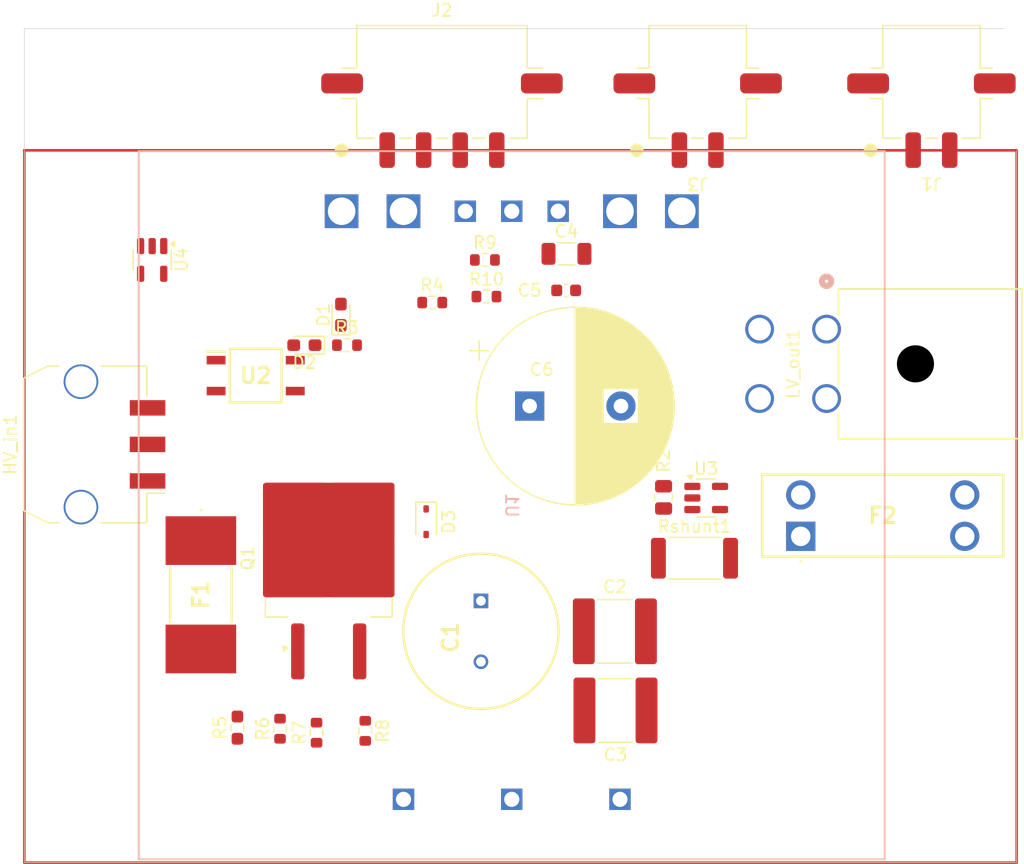
<source format=kicad_pcb>
(kicad_pcb
	(version 20240108)
	(generator "pcbnew")
	(generator_version "8.0")
	(general
		(thickness 1.6)
		(legacy_teardrops no)
	)
	(paper "A4")
	(layers
		(0 "F.Cu" signal)
		(31 "B.Cu" signal)
		(32 "B.Adhes" user "B.Adhesive")
		(33 "F.Adhes" user "F.Adhesive")
		(34 "B.Paste" user)
		(35 "F.Paste" user)
		(36 "B.SilkS" user "B.Silkscreen")
		(37 "F.SilkS" user "F.Silkscreen")
		(38 "B.Mask" user)
		(39 "F.Mask" user)
		(40 "Dwgs.User" user "User.Drawings")
		(41 "Cmts.User" user "User.Comments")
		(42 "Eco1.User" user "User.Eco1")
		(43 "Eco2.User" user "User.Eco2")
		(44 "Edge.Cuts" user)
		(45 "Margin" user)
		(46 "B.CrtYd" user "B.Courtyard")
		(47 "F.CrtYd" user "F.Courtyard")
		(48 "B.Fab" user)
		(49 "F.Fab" user)
		(50 "User.1" user)
		(51 "User.2" user)
		(52 "User.3" user)
		(53 "User.4" user)
		(54 "User.5" user)
		(55 "User.6" user)
		(56 "User.7" user)
		(57 "User.8" user)
		(58 "User.9" user)
	)
	(setup
		(stackup
			(layer "F.SilkS"
				(type "Top Silk Screen")
			)
			(layer "F.Paste"
				(type "Top Solder Paste")
			)
			(layer "F.Mask"
				(type "Top Solder Mask")
				(thickness 0.01)
			)
			(layer "F.Cu"
				(type "copper")
				(thickness 0.035)
			)
			(layer "dielectric 1"
				(type "core")
				(thickness 1.51)
				(material "FR4")
				(epsilon_r 4.5)
				(loss_tangent 0.02)
			)
			(layer "B.Cu"
				(type "copper")
				(thickness 0.035)
			)
			(layer "B.Mask"
				(type "Bottom Solder Mask")
				(thickness 0.01)
			)
			(layer "B.Paste"
				(type "Bottom Solder Paste")
			)
			(layer "B.SilkS"
				(type "Bottom Silk Screen")
			)
			(copper_finish "None")
			(dielectric_constraints no)
		)
		(pad_to_mask_clearance 0)
		(allow_soldermask_bridges_in_footprints no)
		(pcbplotparams
			(layerselection 0x00010fc_ffffffff)
			(plot_on_all_layers_selection 0x0000000_00000000)
			(disableapertmacros no)
			(usegerberextensions no)
			(usegerberattributes yes)
			(usegerberadvancedattributes yes)
			(creategerberjobfile yes)
			(dashed_line_dash_ratio 12.000000)
			(dashed_line_gap_ratio 3.000000)
			(svgprecision 4)
			(plotframeref no)
			(viasonmask no)
			(mode 1)
			(useauxorigin no)
			(hpglpennumber 1)
			(hpglpenspeed 20)
			(hpglpendiameter 15.000000)
			(pdf_front_fp_property_popups yes)
			(pdf_back_fp_property_popups yes)
			(dxfpolygonmode yes)
			(dxfimperialunits yes)
			(dxfusepcbnewfont yes)
			(psnegative no)
			(psa4output no)
			(plotreference yes)
			(plotvalue yes)
			(plotfptext yes)
			(plotinvisibletext no)
			(sketchpadsonfab no)
			(subtractmaskfromsilk no)
			(outputformat 1)
			(mirror no)
			(drillshape 1)
			(scaleselection 1)
			(outputdirectory "")
		)
	)
	(net 0 "")
	(net 1 "/HV-")
	(net 2 "Net-(U1-+S)")
	(net 3 "GND")
	(net 4 "Net-(Q1-S)")
	(net 5 "/HV+")
	(net 6 "/LV_Cmeasure")
	(net 7 "Net-(R3-Pad2)")
	(net 8 "+3V3")
	(net 9 "/LV+")
	(net 10 "Net-(D1-K)")
	(net 11 "unconnected-(HV_in1-iso_space-Pad2)")
	(net 12 "/3V_buttoncell")
	(net 13 "/TEMP_TSDCDC")
	(net 14 "Net-(LV_out1-Pin_1)")
	(net 15 "Net-(U1-CNT)")
	(net 16 "Net-(D3-K)")
	(net 17 "Net-(Q1-D)")
	(net 18 "Net-(D3-A)")
	(net 19 "Net-(U4-+)")
	(net 20 "Net-(U1-TRM)")
	(net 21 "Net-(U3--)")
	(footprint "Resistor_SMD:R_0603_1608Metric" (layer "F.Cu") (at 147.5 78.5))
	(footprint "Capacitor_SMD:C_2220_5750Metric" (layer "F.Cu") (at 169.55 108.5 180))
	(footprint "FaSTTUBe_connectors:Micro_Mate-N-Lok_2p_horizontal" (layer "F.Cu") (at 195.5 57 180))
	(footprint "Resistor_SMD:R_0603_1608Metric_Pad0.98x0.95mm_HandSolder" (layer "F.Cu") (at 138.5 109.9125 90))
	(footprint "footprints:CAPPRD500W60D1275H2200" (layer "F.Cu") (at 158.5 99.5 -90))
	(footprint "Resistor_SMD:R_0603_1608Metric" (layer "F.Cu") (at 142 110 90))
	(footprint "Diode_SMD:D_0603_1608Metric_Pad1.05x0.95mm_HandSolder" (layer "F.Cu") (at 147 76 90))
	(footprint "Capacitor_SMD:C_1206_3216Metric" (layer "F.Cu") (at 165.525 71))
	(footprint "Capacitor_SMD:C_2220_5750Metric" (layer "F.Cu") (at 169.5 102))
	(footprint "Capacitor_SMD:C_0603_1608Metric" (layer "F.Cu") (at 165.5 74))
	(footprint "Diode_SMD:D_SOD-323" (layer "F.Cu") (at 154 93 -90))
	(footprint "Capacitor_THT:CP_Radial_D16.0mm_P7.50mm" (layer "F.Cu") (at 162.5 83.5))
	(footprint "Resistor_SMD:R_0805_2012Metric" (layer "F.Cu") (at 173.5 91 -90))
	(footprint "Resistor_SMD:R_0603_1608Metric" (layer "F.Cu") (at 154.5 75))
	(footprint "Resistor_SMD:R_0603_1608Metric" (layer "F.Cu") (at 158.955 74.51))
	(footprint "FaSTTUBe_connectors:Micro_Mate-N-Lok_2p_horizontal" (layer "F.Cu") (at 176.3 57 180))
	(footprint "footprints:0ACG5000TE" (layer "F.Cu") (at 135.5 99 -90))
	(footprint "Package_TO_SOT_SMD:SOT-23-5" (layer "F.Cu") (at 177 91.05))
	(footprint "Resistor_SMD:R_2512_6332Metric" (layer "F.Cu") (at 176.0375 96))
	(footprint "Resistor_SMD:R_0603_1608Metric" (layer "F.Cu") (at 145 110.325 90))
	(footprint "Connector_Molex:Molex_Micro-Fit_3.0_43650-0310_1x03-1MP_P3.00mm_Horizontal_PnP" (layer "F.Cu") (at 126 86.65 90))
	(footprint "Diode_SMD:D_0603_1608Metric_Pad1.05x0.95mm_HandSolder" (layer "F.Cu") (at 144 78.5 180))
	(footprint "footprints:SOP254P700X210-4N" (layer "F.Cu") (at 140 81))
	(footprint "FaSTTUBe_connectors:Micro_Mate-N-Lok_4p_horizontal" (layer "F.Cu") (at 155.3 57 180))
	(footprint "Package_TO_SOT_SMD:TO-263-2" (layer "F.Cu") (at 146 96 90))
	(footprint "Resistor_SMD:R_0603_1608Metric" (layer "F.Cu") (at 158.825 71.5))
	(footprint "Resistor_SMD:R_0603_1608Metric" (layer "F.Cu") (at 149 110.175 -90))
	(footprint "footprints:01000066Z" (layer "F.Cu") (at 184.765 94.2))
	(footprint "Package_TO_SOT_SMD:SOT-23-5" (layer "F.Cu") (at 131.5 71.5 -90))
	(footprint "footprints:CONN_SD-76825-0100_04_MOL"
		(layer "F.Cu")
		(uuid "eee669c3-2d53-4eb8-aa91-a6d2cfc41e7f")
		(at 186.886449 77.183398 90)
		(tags "768250004 ")
		(property "Reference" "LV_out1"
			(at -2.850002 -2.75 90)
			(unlocked yes)
			(layer "F.SilkS")
			(uuid "87c5e4a9-552f-421c-9db4-94e543c5b7d8")
			(effects
				(font
					(size 1 1)
					(thickness 0.15)
				)
			)
		)
		(property "Value" "Molex Mega-Fit 2x2"
			(at -2.850002 -2.75 90)
			(unlocked yes)
			(layer "F.Fab")
			(uuid "21866e22-d96b-4a48-8729-49e20c6ed21d")
			(effects
				(font
					(size 1 1)
					(thickness 0.15)
				)
			)
		)
		(property "Footprint" "footprints:CONN_SD-76825-0100_04_MOL"
			(at 0 0 90)
			(layer "F.Fab")
			(hide yes)
			(uuid "f9ac6762-3a14-4846-b8a2-994bdd647049")
			(effects
				(font
					(size 1.27 1.27)
					(thickness 0.15)
				)
			)
		)
		(property "Datasheet" ""
			(at 0 0 90)
			(layer "F.Fab")
			(hide yes)
			(uuid "5279b7bb-c478-4f1e-9c76-f94f7a8e69b9")
			(effects
				(font
					(size 1.27 1.27)
					(thickness 0.15)
				)
			)
		)
		(property "Description" "Generic connector, single row, 01x04, script generated (kicad-library-utils/schlib/autogen/connector/)"
			(at 0 0 90)
			(layer "F.Fab")
			(hide yes)
			(uuid "1663c145-0a90-43fd-881e-2547d8658106")
			(effects
				(font
					(size 1.27 1.27)
					(thickness 0.15)
				)
			)
		)
		(property ki_fp_filters "Connector*:*_1x??_*")
		(path "/92616689-b5c0-4df4-b8c3-5dc60bd1f750")
		(sheetname "Stammblatt")
		(sheetfile "TDK_DCDC_pcb.kicad_sch")
		(attr through_hole)
		(fp_circle
			(center 3.931798 0)
			(end 4.312798 0)
			(stroke
				(width 0.508)
				(type solid)
			)
			(fill none)
			(layer "B.SilkS")
			(uuid "6823fec0-bf0f-43dc-9876-6355bd8a1986")
		)
		(fp_line
			(start 3.296798 0.973)
			(end 1.159733 0.973)
			(stroke
				(width 0.1524)
				(type solid)
			)
			(layer "F.SilkS")
			(uuid "5f38cc21-75de-493e-93df-6297003f3267")
		)
		(fp_line
			(start -1.159734 0.973)
			(end -4.54027 0.973)
			(stroke
				(width 0.1524)
				(type solid)
			)
			(layer "F.SilkS")
			(uuid "4aaa70c2-8225-4069-920b-61455db7e6f5")
		)
		(fp_line
			(start -6.859738 0.973)
			(end -8.996802 0.973)
			(stroke
				(width 0.1524)
				(type solid)
			)
			(layer "F.SilkS")
			(uuid "2cb80e3e
... [12988 chars truncated]
</source>
